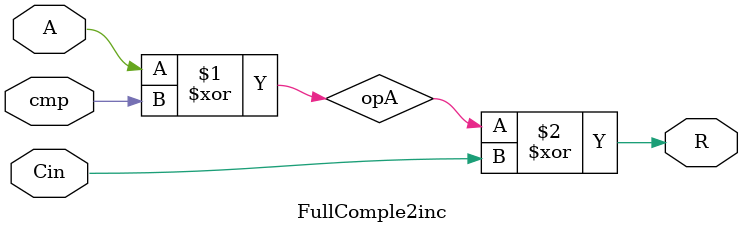
<source format=v>
`timescale 1ns / 1ps

module FullComple2inc(A,Cin,cmp,R);
	input A,Cin,cmp;
	output wire R;
	
	wire opA;
	assign opA=A^cmp;
	
	assign R=opA^Cin;
endmodule

</source>
